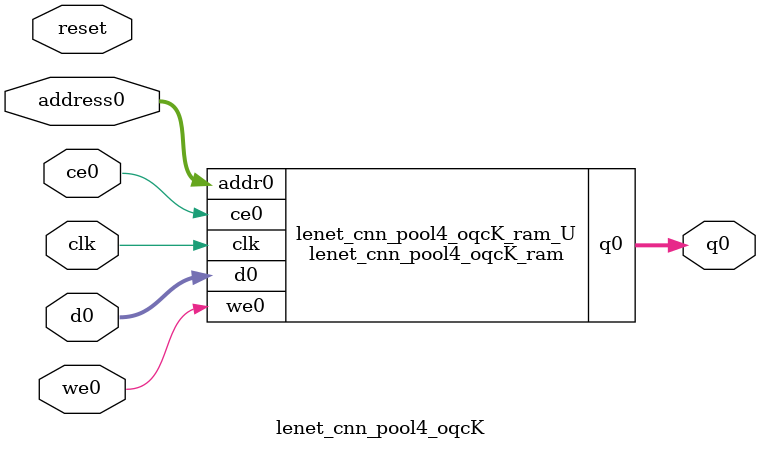
<source format=v>
`timescale 1 ns / 1 ps
module lenet_cnn_pool4_oqcK_ram (addr0, ce0, d0, we0, q0,  clk);

parameter DWIDTH = 32;
parameter AWIDTH = 9;
parameter MEM_SIZE = 400;

input[AWIDTH-1:0] addr0;
input ce0;
input[DWIDTH-1:0] d0;
input we0;
output reg[DWIDTH-1:0] q0;
input clk;

(* ram_style = "block" *)reg [DWIDTH-1:0] ram[0:MEM_SIZE-1];




always @(posedge clk)  
begin 
    if (ce0) 
    begin
        if (we0) 
        begin 
            ram[addr0] <= d0; 
        end 
        q0 <= ram[addr0];
    end
end


endmodule

`timescale 1 ns / 1 ps
module lenet_cnn_pool4_oqcK(
    reset,
    clk,
    address0,
    ce0,
    we0,
    d0,
    q0);

parameter DataWidth = 32'd32;
parameter AddressRange = 32'd400;
parameter AddressWidth = 32'd9;
input reset;
input clk;
input[AddressWidth - 1:0] address0;
input ce0;
input we0;
input[DataWidth - 1:0] d0;
output[DataWidth - 1:0] q0;



lenet_cnn_pool4_oqcK_ram lenet_cnn_pool4_oqcK_ram_U(
    .clk( clk ),
    .addr0( address0 ),
    .ce0( ce0 ),
    .we0( we0 ),
    .d0( d0 ),
    .q0( q0 ));

endmodule


</source>
